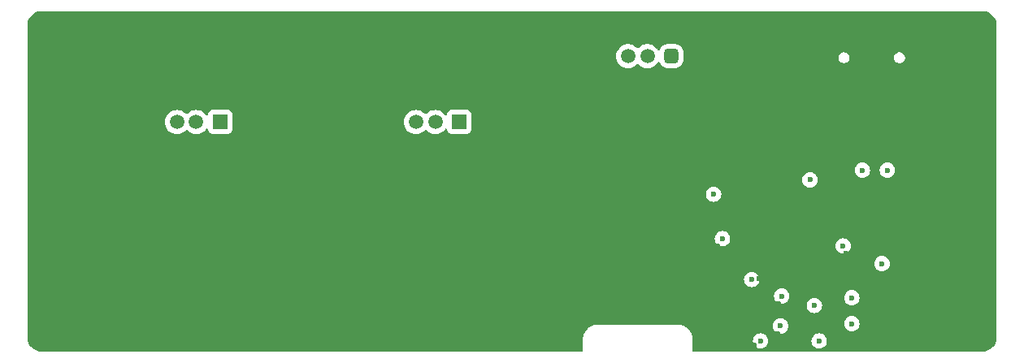
<source format=gbr>
%TF.GenerationSoftware,KiCad,Pcbnew,8.0.4*%
%TF.CreationDate,2025-06-24T22:11:05-05:00*%
%TF.ProjectId,numlocked_HUB,6e756d6c-6f63-46b6-9564-5f4855422e6b,rev?*%
%TF.SameCoordinates,Original*%
%TF.FileFunction,Copper,L2,Inr*%
%TF.FilePolarity,Positive*%
%FSLAX46Y46*%
G04 Gerber Fmt 4.6, Leading zero omitted, Abs format (unit mm)*
G04 Created by KiCad (PCBNEW 8.0.4) date 2025-06-24 22:11:05*
%MOMM*%
%LPD*%
G01*
G04 APERTURE LIST*
G04 Aperture macros list*
%AMRoundRect*
0 Rectangle with rounded corners*
0 $1 Rounding radius*
0 $2 $3 $4 $5 $6 $7 $8 $9 X,Y pos of 4 corners*
0 Add a 4 corners polygon primitive as box body*
4,1,4,$2,$3,$4,$5,$6,$7,$8,$9,$2,$3,0*
0 Add four circle primitives for the rounded corners*
1,1,$1+$1,$2,$3*
1,1,$1+$1,$4,$5*
1,1,$1+$1,$6,$7*
1,1,$1+$1,$8,$9*
0 Add four rect primitives between the rounded corners*
20,1,$1+$1,$2,$3,$4,$5,0*
20,1,$1+$1,$4,$5,$6,$7,0*
20,1,$1+$1,$6,$7,$8,$9,0*
20,1,$1+$1,$8,$9,$2,$3,0*%
G04 Aperture macros list end*
%TA.AperFunction,ComponentPad*%
%ADD10C,4.400000*%
%TD*%
%TA.AperFunction,ComponentPad*%
%ADD11O,1.000000X2.100000*%
%TD*%
%TA.AperFunction,ComponentPad*%
%ADD12O,1.000000X1.800000*%
%TD*%
%TA.AperFunction,ComponentPad*%
%ADD13R,1.508000X1.508000*%
%TD*%
%TA.AperFunction,ComponentPad*%
%ADD14C,1.508000*%
%TD*%
%TA.AperFunction,ComponentPad*%
%ADD15C,3.396000*%
%TD*%
%TA.AperFunction,ComponentPad*%
%ADD16RoundRect,0.377000X0.377000X0.377000X-0.377000X0.377000X-0.377000X-0.377000X0.377000X-0.377000X0*%
%TD*%
%TA.AperFunction,ComponentPad*%
%ADD17C,3.340000*%
%TD*%
%TA.AperFunction,ViaPad*%
%ADD18C,0.700000*%
%TD*%
%TA.AperFunction,ViaPad*%
%ADD19C,0.600000*%
%TD*%
G04 APERTURE END LIST*
D10*
%TO.N,GND*%
%TO.C,H3*%
X92000000Y-42500000D03*
%TD*%
%TO.N,GND*%
%TO.C,H6*%
X92000000Y-71000000D03*
%TD*%
D11*
%TO.N,GND*%
%TO.C,J1*%
X180797500Y-44380000D03*
X172157500Y-44380000D03*
D12*
X180797500Y-40200000D03*
X172157500Y-40200000D03*
%TD*%
D13*
%TO.N,+5V*%
%TO.C,J3*%
X133500000Y-50570000D03*
D14*
%TO.N,/USB_DOWN2_N*%
X131000000Y-50570000D03*
%TO.N,/USB_DOWN2_P*%
X129000000Y-50570000D03*
%TO.N,GND*%
X126500000Y-50570000D03*
D15*
X136570000Y-47860000D03*
X123430000Y-47860000D03*
%TD*%
D10*
%TO.N,GND*%
%TO.C,H4*%
X186000000Y-71000000D03*
%TD*%
D13*
%TO.N,+5V*%
%TO.C,J4*%
X108600000Y-50570000D03*
D14*
%TO.N,/USB_DOWN3_N*%
X106100000Y-50570000D03*
%TO.N,/USB_DOWN3_P*%
X104100000Y-50570000D03*
%TO.N,GND*%
X101600000Y-50570000D03*
D15*
X111670000Y-47860000D03*
X98530000Y-47860000D03*
%TD*%
D10*
%TO.N,GND*%
%TO.C,H1*%
X186000000Y-42500000D03*
%TD*%
%TO.N,GND*%
%TO.C,H2*%
X141300000Y-52400000D03*
%TD*%
%TO.N,GND*%
%TO.C,H2*%
X166000000Y-42500000D03*
%TD*%
D16*
%TO.N,+5V*%
%TO.C,J2*%
X155600000Y-43705000D03*
D14*
%TO.N,/USB_DOWN1_N*%
X153100000Y-43705000D03*
%TO.N,/USB_DOWN1_P*%
X151100000Y-43705000D03*
%TO.N,GND*%
X148600000Y-43705000D03*
D17*
X158670000Y-46415000D03*
X152100000Y-49915000D03*
X145530000Y-46415000D03*
%TD*%
D18*
%TO.N,GND*%
X117750000Y-57950000D03*
X166800000Y-61500000D03*
X161000000Y-55600000D03*
X92200000Y-59700000D03*
X119650000Y-57950000D03*
X175400000Y-66100000D03*
X92200000Y-55900000D03*
D19*
X178500000Y-49500000D03*
X186000000Y-60800000D03*
X171100000Y-67500000D03*
D18*
X175200000Y-62600000D03*
X103600000Y-43900000D03*
D19*
X171800000Y-72500000D03*
X150500000Y-68000000D03*
D18*
X166800000Y-63900000D03*
X162550000Y-55650000D03*
D19*
X186200000Y-55900000D03*
X186100000Y-65700000D03*
X149500000Y-66900000D03*
X164224008Y-73827830D03*
D18*
X162200000Y-48790000D03*
X165600000Y-62700000D03*
X126500000Y-48300000D03*
X168000000Y-62700000D03*
X165400000Y-53400000D03*
D19*
X183600000Y-60800000D03*
D18*
X92200000Y-57800000D03*
X168000000Y-61500000D03*
X159700000Y-59700000D03*
D19*
X163800000Y-55700000D03*
D18*
X169100000Y-55300000D03*
D19*
X175260000Y-57340000D03*
X163800000Y-65500000D03*
D18*
X165600000Y-63900000D03*
X171200000Y-55300000D03*
D19*
X166800011Y-69499989D03*
D18*
X105500000Y-43900000D03*
D19*
X167570487Y-70365000D03*
D18*
X101700000Y-43900000D03*
D19*
X164762767Y-66866989D03*
D18*
X170600000Y-48200000D03*
X115850000Y-57950000D03*
X126500000Y-52500000D03*
X163550000Y-47900000D03*
X161000000Y-49490000D03*
D19*
X166700000Y-72640274D03*
D18*
X128400000Y-48300000D03*
D19*
X175200000Y-60800000D03*
X181125000Y-49100000D03*
D18*
X101600000Y-52300000D03*
D19*
X175300000Y-59100000D03*
D18*
X165600000Y-61500000D03*
D19*
X173819879Y-64240783D03*
X160392909Y-63481418D03*
X150500000Y-65600000D03*
D18*
X130300000Y-48300000D03*
X168000000Y-63900000D03*
D19*
%TO.N,+5V*%
X178100000Y-55600000D03*
X171000000Y-73400000D03*
X175500000Y-55600000D03*
X170500000Y-69700000D03*
X164900000Y-73400000D03*
X174400000Y-68900000D03*
%TO.N,+3V3*%
X174400000Y-71600000D03*
X160925000Y-62730386D03*
X166973629Y-71840271D03*
X177550000Y-65350000D03*
X167100640Y-68724509D03*
X173500000Y-63500000D03*
X163973900Y-67000000D03*
X170052781Y-56608819D03*
X160000000Y-58100000D03*
%TD*%
%TA.AperFunction,Conductor*%
%TO.N,GND*%
G36*
X188004418Y-39000816D02*
G01*
X188204561Y-39015130D01*
X188222063Y-39017647D01*
X188413797Y-39059355D01*
X188430755Y-39064334D01*
X188614609Y-39132909D01*
X188630701Y-39140259D01*
X188802904Y-39234288D01*
X188817784Y-39243849D01*
X188974867Y-39361441D01*
X188988237Y-39373027D01*
X189126972Y-39511762D01*
X189138558Y-39525132D01*
X189256146Y-39682210D01*
X189265711Y-39697095D01*
X189359740Y-39869298D01*
X189367090Y-39885390D01*
X189435662Y-40069236D01*
X189440646Y-40086212D01*
X189482351Y-40277931D01*
X189484869Y-40295442D01*
X189499184Y-40495580D01*
X189499500Y-40504427D01*
X189499500Y-72995572D01*
X189499184Y-73004419D01*
X189484869Y-73204557D01*
X189482351Y-73222068D01*
X189440646Y-73413787D01*
X189435662Y-73430763D01*
X189367090Y-73614609D01*
X189359740Y-73630701D01*
X189265711Y-73802904D01*
X189256146Y-73817789D01*
X189138558Y-73974867D01*
X189126972Y-73988237D01*
X188988237Y-74126972D01*
X188974867Y-74138558D01*
X188817789Y-74256146D01*
X188802904Y-74265711D01*
X188630701Y-74359740D01*
X188614609Y-74367090D01*
X188430763Y-74435662D01*
X188413787Y-74440646D01*
X188222068Y-74482351D01*
X188204557Y-74484869D01*
X188023779Y-74497799D01*
X188004417Y-74499184D01*
X187995572Y-74499500D01*
X157924500Y-74499500D01*
X157857461Y-74479815D01*
X157811706Y-74427011D01*
X157800500Y-74375500D01*
X157800500Y-73399996D01*
X164094435Y-73399996D01*
X164094435Y-73400003D01*
X164114630Y-73579249D01*
X164114631Y-73579254D01*
X164174211Y-73749523D01*
X164207753Y-73802904D01*
X164270184Y-73902262D01*
X164397738Y-74029816D01*
X164550478Y-74125789D01*
X164586970Y-74138558D01*
X164720745Y-74185368D01*
X164720750Y-74185369D01*
X164899996Y-74205565D01*
X164900000Y-74205565D01*
X164900004Y-74205565D01*
X165079249Y-74185369D01*
X165079252Y-74185368D01*
X165079255Y-74185368D01*
X165249522Y-74125789D01*
X165402262Y-74029816D01*
X165529816Y-73902262D01*
X165625789Y-73749522D01*
X165685368Y-73579255D01*
X165705565Y-73400000D01*
X165705565Y-73399996D01*
X170194435Y-73399996D01*
X170194435Y-73400003D01*
X170214630Y-73579249D01*
X170214631Y-73579254D01*
X170274211Y-73749523D01*
X170307753Y-73802904D01*
X170370184Y-73902262D01*
X170497738Y-74029816D01*
X170650478Y-74125789D01*
X170686970Y-74138558D01*
X170820745Y-74185368D01*
X170820750Y-74185369D01*
X170999996Y-74205565D01*
X171000000Y-74205565D01*
X171000004Y-74205565D01*
X171179249Y-74185369D01*
X171179252Y-74185368D01*
X171179255Y-74185368D01*
X171349522Y-74125789D01*
X171502262Y-74029816D01*
X171629816Y-73902262D01*
X171725789Y-73749522D01*
X171785368Y-73579255D01*
X171805565Y-73400000D01*
X171785517Y-73222068D01*
X171785369Y-73220750D01*
X171785368Y-73220745D01*
X171725788Y-73050476D01*
X171686582Y-72988080D01*
X171629816Y-72897738D01*
X171502262Y-72770184D01*
X171470085Y-72749966D01*
X171349523Y-72674211D01*
X171179254Y-72614631D01*
X171179249Y-72614630D01*
X171000004Y-72594435D01*
X170999996Y-72594435D01*
X170820750Y-72614630D01*
X170820745Y-72614631D01*
X170650476Y-72674211D01*
X170497737Y-72770184D01*
X170370184Y-72897737D01*
X170274211Y-73050476D01*
X170214631Y-73220745D01*
X170214630Y-73220750D01*
X170194435Y-73399996D01*
X165705565Y-73399996D01*
X165685517Y-73222068D01*
X165685369Y-73220750D01*
X165685368Y-73220745D01*
X165625788Y-73050476D01*
X165586582Y-72988080D01*
X165529816Y-72897738D01*
X165402262Y-72770184D01*
X165370085Y-72749966D01*
X165249523Y-72674211D01*
X165079254Y-72614631D01*
X165079249Y-72614630D01*
X164900004Y-72594435D01*
X164899996Y-72594435D01*
X164720750Y-72614630D01*
X164720745Y-72614631D01*
X164550476Y-72674211D01*
X164397737Y-72770184D01*
X164270184Y-72897737D01*
X164174211Y-73050476D01*
X164114631Y-73220745D01*
X164114630Y-73220750D01*
X164094435Y-73399996D01*
X157800500Y-73399996D01*
X157800500Y-73092683D01*
X157800500Y-73092682D01*
X157769954Y-72880231D01*
X157709484Y-72674290D01*
X157709483Y-72674288D01*
X157709482Y-72674284D01*
X157620327Y-72479061D01*
X157620320Y-72479048D01*
X157560116Y-72385369D01*
X157504281Y-72298487D01*
X157410097Y-72189793D01*
X157363724Y-72136275D01*
X157201514Y-71995720D01*
X157201513Y-71995719D01*
X157129629Y-71949522D01*
X157020951Y-71879679D01*
X157020938Y-71879672D01*
X156934653Y-71840267D01*
X166168064Y-71840267D01*
X166168064Y-71840274D01*
X166188259Y-72019520D01*
X166188260Y-72019525D01*
X166247840Y-72189794D01*
X166272988Y-72229816D01*
X166343813Y-72342533D01*
X166471367Y-72470087D01*
X166624107Y-72566060D01*
X166762912Y-72614630D01*
X166794374Y-72625639D01*
X166794379Y-72625640D01*
X166973625Y-72645836D01*
X166973629Y-72645836D01*
X166973633Y-72645836D01*
X167152878Y-72625640D01*
X167152881Y-72625639D01*
X167152884Y-72625639D01*
X167323151Y-72566060D01*
X167475891Y-72470087D01*
X167603445Y-72342533D01*
X167699418Y-72189793D01*
X167758997Y-72019526D01*
X167758998Y-72019520D01*
X167779194Y-71840274D01*
X167779194Y-71840267D01*
X167758998Y-71661021D01*
X167758997Y-71661016D01*
X167737648Y-71600003D01*
X167737646Y-71599996D01*
X173594435Y-71599996D01*
X173594435Y-71600003D01*
X173614630Y-71779249D01*
X173614631Y-71779254D01*
X173674211Y-71949523D01*
X173718197Y-72019525D01*
X173770184Y-72102262D01*
X173897738Y-72229816D01*
X174050478Y-72325789D01*
X174098330Y-72342533D01*
X174220745Y-72385368D01*
X174220750Y-72385369D01*
X174399996Y-72405565D01*
X174400000Y-72405565D01*
X174400004Y-72405565D01*
X174579249Y-72385369D01*
X174579252Y-72385368D01*
X174579255Y-72385368D01*
X174749522Y-72325789D01*
X174902262Y-72229816D01*
X175029816Y-72102262D01*
X175125789Y-71949522D01*
X175185368Y-71779255D01*
X175185369Y-71779249D01*
X175205565Y-71600003D01*
X175205565Y-71599996D01*
X175185369Y-71420750D01*
X175185368Y-71420745D01*
X175125788Y-71250476D01*
X175029815Y-71097737D01*
X174902262Y-70970184D01*
X174749523Y-70874211D01*
X174579254Y-70814631D01*
X174579249Y-70814630D01*
X174400004Y-70794435D01*
X174399996Y-70794435D01*
X174220750Y-70814630D01*
X174220745Y-70814631D01*
X174050476Y-70874211D01*
X173897737Y-70970184D01*
X173770184Y-71097737D01*
X173674211Y-71250476D01*
X173614631Y-71420745D01*
X173614630Y-71420750D01*
X173594435Y-71599996D01*
X167737646Y-71599996D01*
X167699418Y-71490749D01*
X167603445Y-71338009D01*
X167475891Y-71210455D01*
X167323152Y-71114482D01*
X167152883Y-71054902D01*
X167152878Y-71054901D01*
X166973633Y-71034706D01*
X166973625Y-71034706D01*
X166794379Y-71054901D01*
X166794374Y-71054902D01*
X166624105Y-71114482D01*
X166471366Y-71210455D01*
X166343813Y-71338008D01*
X166247840Y-71490747D01*
X166188260Y-71661016D01*
X166188259Y-71661021D01*
X166168064Y-71840267D01*
X156934653Y-71840267D01*
X156825715Y-71790517D01*
X156619774Y-71730047D01*
X156619764Y-71730044D01*
X156428754Y-71702582D01*
X156407318Y-71699500D01*
X156365892Y-71699500D01*
X147965892Y-71699500D01*
X147900000Y-71699500D01*
X147792682Y-71699500D01*
X147580235Y-71730044D01*
X147580225Y-71730047D01*
X147374284Y-71790517D01*
X147179061Y-71879672D01*
X147179048Y-71879679D01*
X146998485Y-71995720D01*
X146836275Y-72136275D01*
X146695720Y-72298485D01*
X146579679Y-72479048D01*
X146579672Y-72479061D01*
X146490517Y-72674284D01*
X146430047Y-72880225D01*
X146430044Y-72880235D01*
X146399500Y-73092682D01*
X146399500Y-74375500D01*
X146379815Y-74442539D01*
X146327011Y-74488294D01*
X146275500Y-74499500D01*
X90004428Y-74499500D01*
X89995582Y-74499184D01*
X89973622Y-74497613D01*
X89795442Y-74484869D01*
X89777931Y-74482351D01*
X89586212Y-74440646D01*
X89569236Y-74435662D01*
X89385390Y-74367090D01*
X89369298Y-74359740D01*
X89197095Y-74265711D01*
X89182210Y-74256146D01*
X89025132Y-74138558D01*
X89011762Y-74126972D01*
X88873027Y-73988237D01*
X88861441Y-73974867D01*
X88743849Y-73817784D01*
X88734288Y-73802904D01*
X88640259Y-73630701D01*
X88632909Y-73614609D01*
X88564334Y-73430755D01*
X88559355Y-73413797D01*
X88517647Y-73222063D01*
X88515130Y-73204556D01*
X88514804Y-73200000D01*
X88500816Y-73004418D01*
X88500500Y-72995572D01*
X88500500Y-69699996D01*
X169694435Y-69699996D01*
X169694435Y-69700003D01*
X169714630Y-69879249D01*
X169714631Y-69879254D01*
X169774211Y-70049523D01*
X169870184Y-70202262D01*
X169997738Y-70329816D01*
X170150478Y-70425789D01*
X170320745Y-70485368D01*
X170320750Y-70485369D01*
X170499996Y-70505565D01*
X170500000Y-70505565D01*
X170500004Y-70505565D01*
X170679249Y-70485369D01*
X170679252Y-70485368D01*
X170679255Y-70485368D01*
X170849522Y-70425789D01*
X171002262Y-70329816D01*
X171129816Y-70202262D01*
X171225789Y-70049522D01*
X171285368Y-69879255D01*
X171305565Y-69700000D01*
X171303916Y-69685369D01*
X171285369Y-69520750D01*
X171285368Y-69520745D01*
X171281565Y-69509877D01*
X171225789Y-69350478D01*
X171129816Y-69197738D01*
X171002262Y-69070184D01*
X170849523Y-68974211D01*
X170679254Y-68914631D01*
X170679249Y-68914630D01*
X170549362Y-68899996D01*
X173594435Y-68899996D01*
X173594435Y-68900003D01*
X173614630Y-69079249D01*
X173614631Y-69079254D01*
X173674211Y-69249523D01*
X173740063Y-69354325D01*
X173770184Y-69402262D01*
X173897738Y-69529816D01*
X174050478Y-69625789D01*
X174220745Y-69685368D01*
X174220750Y-69685369D01*
X174399996Y-69705565D01*
X174400000Y-69705565D01*
X174400004Y-69705565D01*
X174579249Y-69685369D01*
X174579252Y-69685368D01*
X174579255Y-69685368D01*
X174749522Y-69625789D01*
X174902262Y-69529816D01*
X175029816Y-69402262D01*
X175125789Y-69249522D01*
X175185368Y-69079255D01*
X175185369Y-69079249D01*
X175205565Y-68900003D01*
X175205565Y-68899996D01*
X175185369Y-68720750D01*
X175185368Y-68720745D01*
X175125788Y-68550476D01*
X175029815Y-68397737D01*
X174902262Y-68270184D01*
X174749523Y-68174211D01*
X174579254Y-68114631D01*
X174579249Y-68114630D01*
X174400004Y-68094435D01*
X174399996Y-68094435D01*
X174220750Y-68114630D01*
X174220745Y-68114631D01*
X174050476Y-68174211D01*
X173897737Y-68270184D01*
X173770184Y-68397737D01*
X173674211Y-68550476D01*
X173614631Y-68720745D01*
X173614630Y-68720750D01*
X173594435Y-68899996D01*
X170549362Y-68899996D01*
X170500004Y-68894435D01*
X170499996Y-68894435D01*
X170320750Y-68914630D01*
X170320745Y-68914631D01*
X170150476Y-68974211D01*
X169997737Y-69070184D01*
X169870184Y-69197737D01*
X169774211Y-69350476D01*
X169714631Y-69520745D01*
X169714630Y-69520750D01*
X169694435Y-69699996D01*
X88500500Y-69699996D01*
X88500500Y-68724505D01*
X166295075Y-68724505D01*
X166295075Y-68724512D01*
X166315270Y-68903758D01*
X166315271Y-68903763D01*
X166374851Y-69074032D01*
X166378133Y-69079255D01*
X166470824Y-69226771D01*
X166598378Y-69354325D01*
X166751118Y-69450298D01*
X166921385Y-69509877D01*
X166921390Y-69509878D01*
X167100636Y-69530074D01*
X167100640Y-69530074D01*
X167100644Y-69530074D01*
X167279889Y-69509878D01*
X167279892Y-69509877D01*
X167279895Y-69509877D01*
X167450162Y-69450298D01*
X167602902Y-69354325D01*
X167730456Y-69226771D01*
X167826429Y-69074031D01*
X167886008Y-68903764D01*
X167906205Y-68724509D01*
X167905781Y-68720750D01*
X167886009Y-68545259D01*
X167886008Y-68545254D01*
X167834390Y-68397738D01*
X167826429Y-68374987D01*
X167730456Y-68222247D01*
X167602902Y-68094693D01*
X167602491Y-68094435D01*
X167450163Y-67998720D01*
X167279894Y-67939140D01*
X167279889Y-67939139D01*
X167100644Y-67918944D01*
X167100636Y-67918944D01*
X166921390Y-67939139D01*
X166921385Y-67939140D01*
X166751116Y-67998720D01*
X166598377Y-68094693D01*
X166470824Y-68222246D01*
X166374851Y-68374985D01*
X166315271Y-68545254D01*
X166315270Y-68545259D01*
X166295075Y-68724505D01*
X88500500Y-68724505D01*
X88500500Y-66999996D01*
X163168335Y-66999996D01*
X163168335Y-67000003D01*
X163188530Y-67179249D01*
X163188531Y-67179254D01*
X163248111Y-67349523D01*
X163344084Y-67502262D01*
X163471638Y-67629816D01*
X163624378Y-67725789D01*
X163794645Y-67785368D01*
X163794650Y-67785369D01*
X163973896Y-67805565D01*
X163973900Y-67805565D01*
X163973904Y-67805565D01*
X164153149Y-67785369D01*
X164153152Y-67785368D01*
X164153155Y-67785368D01*
X164323422Y-67725789D01*
X164476162Y-67629816D01*
X164603716Y-67502262D01*
X164699689Y-67349522D01*
X164759268Y-67179255D01*
X164779465Y-67000000D01*
X164759268Y-66820745D01*
X164699689Y-66650478D01*
X164603716Y-66497738D01*
X164476162Y-66370184D01*
X164323423Y-66274211D01*
X164153154Y-66214631D01*
X164153149Y-66214630D01*
X163973904Y-66194435D01*
X163973896Y-66194435D01*
X163794650Y-66214630D01*
X163794645Y-66214631D01*
X163624376Y-66274211D01*
X163471637Y-66370184D01*
X163344084Y-66497737D01*
X163248111Y-66650476D01*
X163188531Y-66820745D01*
X163188530Y-66820750D01*
X163168335Y-66999996D01*
X88500500Y-66999996D01*
X88500500Y-65349996D01*
X176744435Y-65349996D01*
X176744435Y-65350003D01*
X176764630Y-65529249D01*
X176764631Y-65529254D01*
X176824211Y-65699523D01*
X176920184Y-65852262D01*
X177047738Y-65979816D01*
X177200478Y-66075789D01*
X177370745Y-66135368D01*
X177370750Y-66135369D01*
X177549996Y-66155565D01*
X177550000Y-66155565D01*
X177550004Y-66155565D01*
X177729249Y-66135369D01*
X177729252Y-66135368D01*
X177729255Y-66135368D01*
X177899522Y-66075789D01*
X178052262Y-65979816D01*
X178179816Y-65852262D01*
X178275789Y-65699522D01*
X178335368Y-65529255D01*
X178355565Y-65350000D01*
X178335368Y-65170745D01*
X178275789Y-65000478D01*
X178179816Y-64847738D01*
X178052262Y-64720184D01*
X177899523Y-64624211D01*
X177729254Y-64564631D01*
X177729249Y-64564630D01*
X177550004Y-64544435D01*
X177549996Y-64544435D01*
X177370750Y-64564630D01*
X177370745Y-64564631D01*
X177200476Y-64624211D01*
X177047737Y-64720184D01*
X176920184Y-64847737D01*
X176824211Y-65000476D01*
X176764631Y-65170745D01*
X176764630Y-65170750D01*
X176744435Y-65349996D01*
X88500500Y-65349996D01*
X88500500Y-62730382D01*
X160119435Y-62730382D01*
X160119435Y-62730389D01*
X160139630Y-62909635D01*
X160139631Y-62909640D01*
X160199211Y-63079909D01*
X160243552Y-63150476D01*
X160295184Y-63232648D01*
X160422738Y-63360202D01*
X160575478Y-63456175D01*
X160700711Y-63499996D01*
X160745745Y-63515754D01*
X160745750Y-63515755D01*
X160924996Y-63535951D01*
X160925000Y-63535951D01*
X160925004Y-63535951D01*
X161104249Y-63515755D01*
X161104252Y-63515754D01*
X161104255Y-63515754D01*
X161149289Y-63499996D01*
X172694435Y-63499996D01*
X172694435Y-63500003D01*
X172714630Y-63679249D01*
X172714631Y-63679254D01*
X172774211Y-63849523D01*
X172870184Y-64002262D01*
X172997738Y-64129816D01*
X173150478Y-64225789D01*
X173320745Y-64285368D01*
X173320750Y-64285369D01*
X173499996Y-64305565D01*
X173500000Y-64305565D01*
X173500004Y-64305565D01*
X173679249Y-64285369D01*
X173679252Y-64285368D01*
X173679255Y-64285368D01*
X173849522Y-64225789D01*
X174002262Y-64129816D01*
X174129816Y-64002262D01*
X174225789Y-63849522D01*
X174285368Y-63679255D01*
X174285369Y-63679249D01*
X174305565Y-63500003D01*
X174305565Y-63499996D01*
X174285369Y-63320750D01*
X174285368Y-63320745D01*
X174225789Y-63150478D01*
X174129816Y-62997738D01*
X174002262Y-62870184D01*
X173849523Y-62774211D01*
X173679254Y-62714631D01*
X173679249Y-62714630D01*
X173500004Y-62694435D01*
X173499996Y-62694435D01*
X173320750Y-62714630D01*
X173320745Y-62714631D01*
X173150476Y-62774211D01*
X172997737Y-62870184D01*
X172870184Y-62997737D01*
X172774211Y-63150476D01*
X172714631Y-63320745D01*
X172714630Y-63320750D01*
X172694435Y-63499996D01*
X161149289Y-63499996D01*
X161274522Y-63456175D01*
X161427262Y-63360202D01*
X161554816Y-63232648D01*
X161650789Y-63079908D01*
X161710368Y-62909641D01*
X161730565Y-62730386D01*
X161726514Y-62694435D01*
X161710369Y-62551136D01*
X161710368Y-62551131D01*
X161650788Y-62380862D01*
X161554815Y-62228123D01*
X161427262Y-62100570D01*
X161274523Y-62004597D01*
X161104254Y-61945017D01*
X161104249Y-61945016D01*
X160925004Y-61924821D01*
X160924996Y-61924821D01*
X160745750Y-61945016D01*
X160745745Y-61945017D01*
X160575476Y-62004597D01*
X160422737Y-62100570D01*
X160295184Y-62228123D01*
X160199211Y-62380862D01*
X160139631Y-62551131D01*
X160139630Y-62551136D01*
X160119435Y-62730382D01*
X88500500Y-62730382D01*
X88500500Y-58099996D01*
X159194435Y-58099996D01*
X159194435Y-58100003D01*
X159214630Y-58279249D01*
X159214631Y-58279254D01*
X159274211Y-58449523D01*
X159370184Y-58602262D01*
X159497738Y-58729816D01*
X159650478Y-58825789D01*
X159820745Y-58885368D01*
X159820750Y-58885369D01*
X159999996Y-58905565D01*
X160000000Y-58905565D01*
X160000004Y-58905565D01*
X160179249Y-58885369D01*
X160179252Y-58885368D01*
X160179255Y-58885368D01*
X160349522Y-58825789D01*
X160502262Y-58729816D01*
X160629816Y-58602262D01*
X160725789Y-58449522D01*
X160785368Y-58279255D01*
X160805565Y-58100000D01*
X160785368Y-57920745D01*
X160725789Y-57750478D01*
X160629816Y-57597738D01*
X160502262Y-57470184D01*
X160413457Y-57414384D01*
X160349523Y-57374211D01*
X160179254Y-57314631D01*
X160179249Y-57314630D01*
X160000004Y-57294435D01*
X159999996Y-57294435D01*
X159820750Y-57314630D01*
X159820745Y-57314631D01*
X159650476Y-57374211D01*
X159497737Y-57470184D01*
X159370184Y-57597737D01*
X159274211Y-57750476D01*
X159214631Y-57920745D01*
X159214630Y-57920750D01*
X159194435Y-58099996D01*
X88500500Y-58099996D01*
X88500500Y-56608815D01*
X169247216Y-56608815D01*
X169247216Y-56608822D01*
X169267411Y-56788068D01*
X169267412Y-56788073D01*
X169326992Y-56958342D01*
X169422965Y-57111081D01*
X169550519Y-57238635D01*
X169703259Y-57334608D01*
X169816438Y-57374211D01*
X169873526Y-57394187D01*
X169873531Y-57394188D01*
X170052777Y-57414384D01*
X170052781Y-57414384D01*
X170052785Y-57414384D01*
X170232030Y-57394188D01*
X170232033Y-57394187D01*
X170232036Y-57394187D01*
X170402303Y-57334608D01*
X170555043Y-57238635D01*
X170682597Y-57111081D01*
X170778570Y-56958341D01*
X170838149Y-56788074D01*
X170858346Y-56608819D01*
X170838149Y-56429564D01*
X170778570Y-56259297D01*
X170682597Y-56106557D01*
X170555043Y-55979003D01*
X170508126Y-55949523D01*
X170402304Y-55883030D01*
X170232035Y-55823450D01*
X170232030Y-55823449D01*
X170052785Y-55803254D01*
X170052777Y-55803254D01*
X169873531Y-55823449D01*
X169873526Y-55823450D01*
X169703257Y-55883030D01*
X169550518Y-55979003D01*
X169422965Y-56106556D01*
X169326992Y-56259295D01*
X169267412Y-56429564D01*
X169267411Y-56429569D01*
X169247216Y-56608815D01*
X88500500Y-56608815D01*
X88500500Y-55599996D01*
X174694435Y-55599996D01*
X174694435Y-55600003D01*
X174714630Y-55779249D01*
X174714631Y-55779254D01*
X174774211Y-55949523D01*
X174792735Y-55979003D01*
X174870184Y-56102262D01*
X174997738Y-56229816D01*
X175150478Y-56325789D01*
X175320745Y-56385368D01*
X175320750Y-56385369D01*
X175499996Y-56405565D01*
X175500000Y-56405565D01*
X175500004Y-56405565D01*
X175679249Y-56385369D01*
X175679252Y-56385368D01*
X175679255Y-56385368D01*
X175849522Y-56325789D01*
X176002262Y-56229816D01*
X176129816Y-56102262D01*
X176225789Y-55949522D01*
X176285368Y-55779255D01*
X176305565Y-55600000D01*
X176305565Y-55599996D01*
X177294435Y-55599996D01*
X177294435Y-55600003D01*
X177314630Y-55779249D01*
X177314631Y-55779254D01*
X177374211Y-55949523D01*
X177392735Y-55979003D01*
X177470184Y-56102262D01*
X177597738Y-56229816D01*
X177750478Y-56325789D01*
X177920745Y-56385368D01*
X177920750Y-56385369D01*
X178099996Y-56405565D01*
X178100000Y-56405565D01*
X178100004Y-56405565D01*
X178279249Y-56385369D01*
X178279252Y-56385368D01*
X178279255Y-56385368D01*
X178449522Y-56325789D01*
X178602262Y-56229816D01*
X178729816Y-56102262D01*
X178825789Y-55949522D01*
X178885368Y-55779255D01*
X178905565Y-55600000D01*
X178885368Y-55420745D01*
X178825789Y-55250478D01*
X178729816Y-55097738D01*
X178602262Y-54970184D01*
X178449523Y-54874211D01*
X178279254Y-54814631D01*
X178279249Y-54814630D01*
X178100004Y-54794435D01*
X178099996Y-54794435D01*
X177920750Y-54814630D01*
X177920745Y-54814631D01*
X177750476Y-54874211D01*
X177597737Y-54970184D01*
X177470184Y-55097737D01*
X177374211Y-55250476D01*
X177314631Y-55420745D01*
X177314630Y-55420750D01*
X177294435Y-55599996D01*
X176305565Y-55599996D01*
X176285368Y-55420745D01*
X176225789Y-55250478D01*
X176129816Y-55097738D01*
X176002262Y-54970184D01*
X175849523Y-54874211D01*
X175679254Y-54814631D01*
X175679249Y-54814630D01*
X175500004Y-54794435D01*
X175499996Y-54794435D01*
X175320750Y-54814630D01*
X175320745Y-54814631D01*
X175150476Y-54874211D01*
X174997737Y-54970184D01*
X174870184Y-55097737D01*
X174774211Y-55250476D01*
X174714631Y-55420745D01*
X174714630Y-55420750D01*
X174694435Y-55599996D01*
X88500500Y-55599996D01*
X88500500Y-50569997D01*
X102840708Y-50569997D01*
X102840708Y-50570000D01*
X102859839Y-50788674D01*
X102916653Y-51000703D01*
X102916654Y-51000706D01*
X102916655Y-51000708D01*
X103009419Y-51199642D01*
X103009423Y-51199650D01*
X103135322Y-51379452D01*
X103135327Y-51379458D01*
X103290541Y-51534672D01*
X103290547Y-51534677D01*
X103470349Y-51660576D01*
X103470351Y-51660577D01*
X103470354Y-51660579D01*
X103669297Y-51753347D01*
X103881326Y-51810161D01*
X104037521Y-51823826D01*
X104099998Y-51829292D01*
X104100000Y-51829292D01*
X104100002Y-51829292D01*
X104154797Y-51824498D01*
X104318674Y-51810161D01*
X104530703Y-51753347D01*
X104729646Y-51660579D01*
X104909457Y-51534674D01*
X105012319Y-51431812D01*
X105073642Y-51398327D01*
X105143334Y-51403311D01*
X105187681Y-51431812D01*
X105290541Y-51534672D01*
X105290547Y-51534677D01*
X105470349Y-51660576D01*
X105470351Y-51660577D01*
X105470354Y-51660579D01*
X105669297Y-51753347D01*
X105881326Y-51810161D01*
X106037521Y-51823826D01*
X106099998Y-51829292D01*
X106100000Y-51829292D01*
X106100002Y-51829292D01*
X106154797Y-51824498D01*
X106318674Y-51810161D01*
X106530703Y-51753347D01*
X106729646Y-51660579D01*
X106909457Y-51534674D01*
X107064674Y-51379457D01*
X107119926Y-51300547D01*
X107174501Y-51256924D01*
X107243999Y-51249730D01*
X107306354Y-51281252D01*
X107341769Y-51341481D01*
X107345120Y-51368573D01*
X107345146Y-51368571D01*
X107345146Y-51368573D01*
X107345324Y-51368564D01*
X107345479Y-51371473D01*
X107345500Y-51371637D01*
X107345500Y-51371852D01*
X107345501Y-51371876D01*
X107351908Y-51431483D01*
X107402202Y-51566328D01*
X107402206Y-51566335D01*
X107488452Y-51681544D01*
X107488455Y-51681547D01*
X107603664Y-51767793D01*
X107603671Y-51767797D01*
X107738517Y-51818091D01*
X107738516Y-51818091D01*
X107745444Y-51818835D01*
X107798127Y-51824500D01*
X109401872Y-51824499D01*
X109461483Y-51818091D01*
X109596331Y-51767796D01*
X109711546Y-51681546D01*
X109797796Y-51566331D01*
X109848091Y-51431483D01*
X109854500Y-51371873D01*
X109854499Y-50569997D01*
X127740708Y-50569997D01*
X127740708Y-50570000D01*
X127759839Y-50788674D01*
X127816653Y-51000703D01*
X127816654Y-51000706D01*
X127816655Y-51000708D01*
X127909419Y-51199642D01*
X127909423Y-51199650D01*
X128035322Y-51379452D01*
X128035327Y-51379458D01*
X128190541Y-51534672D01*
X128190547Y-51534677D01*
X128370349Y-51660576D01*
X128370351Y-51660577D01*
X128370354Y-51660579D01*
X128569297Y-51753347D01*
X128781326Y-51810161D01*
X128937521Y-51823826D01*
X128999998Y-51829292D01*
X129000000Y-51829292D01*
X129000002Y-51829292D01*
X129054797Y-51824498D01*
X129218674Y-51810161D01*
X129430703Y-51753347D01*
X129629646Y-51660579D01*
X129809457Y-51534674D01*
X129912319Y-51431812D01*
X129973642Y-51398327D01*
X130043334Y-51403311D01*
X130087681Y-51431812D01*
X130190541Y-51534672D01*
X130190547Y-51534677D01*
X130370349Y-51660576D01*
X130370351Y-51660577D01*
X130370354Y-51660579D01*
X130569297Y-51753347D01*
X130781326Y-51810161D01*
X130937521Y-51823826D01*
X130999998Y-51829292D01*
X131000000Y-51829292D01*
X131000002Y-51829292D01*
X131054797Y-51824498D01*
X131218674Y-51810161D01*
X131430703Y-51753347D01*
X131629646Y-51660579D01*
X131809457Y-51534674D01*
X131964674Y-51379457D01*
X132019926Y-51300547D01*
X132074501Y-51256924D01*
X132143999Y-51249730D01*
X132206354Y-51281252D01*
X132241769Y-51341481D01*
X132245120Y-51368573D01*
X132245146Y-51368571D01*
X132245146Y-51368573D01*
X132245324Y-51368564D01*
X132245479Y-51371473D01*
X132245500Y-51371637D01*
X132245500Y-51371852D01*
X132245501Y-51371876D01*
X132251908Y-51431483D01*
X132302202Y-51566328D01*
X132302206Y-51566335D01*
X132388452Y-51681544D01*
X132388455Y-51681547D01*
X132503664Y-51767793D01*
X132503671Y-51767797D01*
X132638517Y-51818091D01*
X132638516Y-51818091D01*
X132645444Y-51818835D01*
X132698127Y-51824500D01*
X134301872Y-51824499D01*
X134361483Y-51818091D01*
X134496331Y-51767796D01*
X134611546Y-51681546D01*
X134697796Y-51566331D01*
X134748091Y-51431483D01*
X134754500Y-51371873D01*
X134754499Y-49768128D01*
X134748091Y-49708517D01*
X134747968Y-49708188D01*
X134697797Y-49573671D01*
X134697793Y-49573664D01*
X134611547Y-49458455D01*
X134611544Y-49458452D01*
X134496335Y-49372206D01*
X134496328Y-49372202D01*
X134361482Y-49321908D01*
X134361483Y-49321908D01*
X134301883Y-49315501D01*
X134301881Y-49315500D01*
X134301873Y-49315500D01*
X134301864Y-49315500D01*
X132698129Y-49315500D01*
X132698123Y-49315501D01*
X132638516Y-49321908D01*
X132503671Y-49372202D01*
X132503664Y-49372206D01*
X132388455Y-49458452D01*
X132388452Y-49458455D01*
X132302206Y-49573664D01*
X132302202Y-49573671D01*
X132251908Y-49708517D01*
X132246315Y-49760543D01*
X132245501Y-49768123D01*
X132245500Y-49768135D01*
X132245500Y-49768326D01*
X132245487Y-49768368D01*
X132245322Y-49771452D01*
X132244593Y-49771412D01*
X132225815Y-49835365D01*
X132173011Y-49881120D01*
X132103853Y-49891064D01*
X132040297Y-49862039D01*
X132019925Y-49839449D01*
X131994353Y-49802929D01*
X131964674Y-49760543D01*
X131809457Y-49605326D01*
X131809455Y-49605325D01*
X131809452Y-49605322D01*
X131629650Y-49479423D01*
X131629642Y-49479419D01*
X131430708Y-49386655D01*
X131430706Y-49386654D01*
X131430703Y-49386653D01*
X131279885Y-49346240D01*
X131218675Y-49329839D01*
X131218668Y-49329838D01*
X131000002Y-49310708D01*
X130999998Y-49310708D01*
X130781331Y-49329838D01*
X130781324Y-49329839D01*
X130658902Y-49362642D01*
X130569297Y-49386653D01*
X130569295Y-49386653D01*
X130569291Y-49386655D01*
X130370357Y-49479419D01*
X130370349Y-49479423D01*
X130190547Y-49605322D01*
X130190541Y-49605327D01*
X130087681Y-49708188D01*
X130026358Y-49741673D01*
X129956666Y-49736689D01*
X129912319Y-49708188D01*
X129809458Y-49605327D01*
X129809452Y-49605322D01*
X129629650Y-49479423D01*
X129629642Y-49479419D01*
X129430708Y-49386655D01*
X129430706Y-49386654D01*
X129430703Y-49386653D01*
X129279885Y-49346240D01*
X129218675Y-49329839D01*
X129218668Y-49329838D01*
X129000002Y-49310708D01*
X128999998Y-49310708D01*
X128781331Y-49329838D01*
X128781324Y-49329839D01*
X128658902Y-49362642D01*
X128569297Y-49386653D01*
X128569295Y-49386653D01*
X128569291Y-49386655D01*
X128370357Y-49479419D01*
X128370349Y-49479423D01*
X128190547Y-49605322D01*
X128190541Y-49605327D01*
X128035327Y-49760541D01*
X128035322Y-49760547D01*
X127909423Y-49940349D01*
X127909419Y-49940357D01*
X127816655Y-50139291D01*
X127759839Y-50351324D01*
X127759838Y-50351331D01*
X127740708Y-50569997D01*
X109854499Y-50569997D01*
X109854499Y-49768128D01*
X109848091Y-49708517D01*
X109847968Y-49708188D01*
X109797797Y-49573671D01*
X109797793Y-49573664D01*
X109711547Y-49458455D01*
X109711544Y-49458452D01*
X109596335Y-49372206D01*
X109596328Y-49372202D01*
X109461482Y-49321908D01*
X109461483Y-49321908D01*
X109401883Y-49315501D01*
X109401881Y-49315500D01*
X109401873Y-49315500D01*
X109401864Y-49315500D01*
X107798129Y-49315500D01*
X107798123Y-49315501D01*
X107738516Y-49321908D01*
X107603671Y-49372202D01*
X107603664Y-49372206D01*
X107488455Y-49458452D01*
X107488452Y-49458455D01*
X107402206Y-49573664D01*
X107402202Y-49573671D01*
X107351908Y-49708517D01*
X107346315Y-49760543D01*
X107345501Y-49768123D01*
X107345500Y-49768135D01*
X107345500Y-49768326D01*
X107345487Y-49768368D01*
X107345322Y-49771452D01*
X107344593Y-49771412D01*
X107325815Y-49835365D01*
X107273011Y-49881120D01*
X107203853Y-49891064D01*
X107140297Y-49862039D01*
X107119925Y-49839449D01*
X107094353Y-49802929D01*
X107064674Y-49760543D01*
X106909457Y-49605326D01*
X106909455Y-49605325D01*
X106909452Y-49605322D01*
X106729650Y-49479423D01*
X106729642Y-49479419D01*
X106530708Y-49386655D01*
X106530706Y-49386654D01*
X106530703Y-49386653D01*
X106379885Y-49346240D01*
X106318675Y-49329839D01*
X106318668Y-49329838D01*
X106100002Y-49310708D01*
X106099998Y-49310708D01*
X105881331Y-49329838D01*
X105881324Y-49329839D01*
X105758902Y-49362642D01*
X105669297Y-49386653D01*
X105669295Y-49386653D01*
X105669291Y-49386655D01*
X105470357Y-49479419D01*
X105470349Y-49479423D01*
X105290547Y-49605322D01*
X105290541Y-49605327D01*
X105187681Y-49708188D01*
X105126358Y-49741673D01*
X105056666Y-49736689D01*
X105012319Y-49708188D01*
X104909458Y-49605327D01*
X104909452Y-49605322D01*
X104729650Y-49479423D01*
X104729642Y-49479419D01*
X104530708Y-49386655D01*
X104530706Y-49386654D01*
X104530703Y-49386653D01*
X104379885Y-49346240D01*
X104318675Y-49329839D01*
X104318668Y-49329838D01*
X104100002Y-49310708D01*
X104099998Y-49310708D01*
X103881331Y-49329838D01*
X103881324Y-49329839D01*
X103758902Y-49362642D01*
X103669297Y-49386653D01*
X103669295Y-49386653D01*
X103669291Y-49386655D01*
X103470357Y-49479419D01*
X103470349Y-49479423D01*
X103290547Y-49605322D01*
X103290541Y-49605327D01*
X103135327Y-49760541D01*
X103135322Y-49760547D01*
X103009423Y-49940349D01*
X103009419Y-49940357D01*
X102916655Y-50139291D01*
X102859839Y-50351324D01*
X102859838Y-50351331D01*
X102840708Y-50569997D01*
X88500500Y-50569997D01*
X88500500Y-43704997D01*
X149840708Y-43704997D01*
X149840708Y-43705002D01*
X149849389Y-43804236D01*
X149859839Y-43923674D01*
X149916653Y-44135703D01*
X149916654Y-44135706D01*
X149916655Y-44135708D01*
X150009419Y-44334642D01*
X150009423Y-44334650D01*
X150135322Y-44514452D01*
X150135327Y-44514458D01*
X150290541Y-44669672D01*
X150290547Y-44669677D01*
X150470349Y-44795576D01*
X150470351Y-44795577D01*
X150470354Y-44795579D01*
X150669297Y-44888347D01*
X150881326Y-44945161D01*
X151037521Y-44958826D01*
X151099998Y-44964292D01*
X151100000Y-44964292D01*
X151100002Y-44964292D01*
X151154774Y-44959500D01*
X151318674Y-44945161D01*
X151530703Y-44888347D01*
X151729646Y-44795579D01*
X151909457Y-44669674D01*
X152012319Y-44566812D01*
X152073642Y-44533327D01*
X152143334Y-44538311D01*
X152187681Y-44566812D01*
X152290541Y-44669672D01*
X152290547Y-44669677D01*
X152470349Y-44795576D01*
X152470351Y-44795577D01*
X152470354Y-44795579D01*
X152669297Y-44888347D01*
X152881326Y-44945161D01*
X153037521Y-44958826D01*
X153099998Y-44964292D01*
X153100000Y-44964292D01*
X153100002Y-44964292D01*
X153154774Y-44959500D01*
X153318674Y-44945161D01*
X153530703Y-44888347D01*
X153729646Y-44795579D01*
X153909457Y-44669674D01*
X154064674Y-44514457D01*
X154175714Y-44355875D01*
X154230288Y-44312252D01*
X154299787Y-44305058D01*
X154362142Y-44336580D01*
X154391207Y-44380500D01*
X154391483Y-44380364D01*
X154392576Y-44382569D01*
X154393679Y-44384235D01*
X154394468Y-44386383D01*
X154479274Y-44557379D01*
X154486857Y-44566812D01*
X154598855Y-44706145D01*
X154747620Y-44825725D01*
X154918613Y-44910530D01*
X155103839Y-44956594D01*
X155146696Y-44959500D01*
X155146697Y-44959500D01*
X156053303Y-44959500D01*
X156053304Y-44959500D01*
X156096161Y-44956594D01*
X156281387Y-44910530D01*
X156452380Y-44825725D01*
X156601145Y-44706145D01*
X156720725Y-44557380D01*
X156805530Y-44386387D01*
X156851594Y-44201161D01*
X156854500Y-44158304D01*
X156854500Y-43804234D01*
X173012000Y-43804234D01*
X173012000Y-43955765D01*
X173051219Y-44102136D01*
X173070602Y-44135708D01*
X173126985Y-44233365D01*
X173234135Y-44340515D01*
X173365365Y-44416281D01*
X173511734Y-44455500D01*
X173511736Y-44455500D01*
X173663264Y-44455500D01*
X173663266Y-44455500D01*
X173809635Y-44416281D01*
X173940865Y-44340515D01*
X174048015Y-44233365D01*
X174123781Y-44102135D01*
X174163000Y-43955766D01*
X174163000Y-43804234D01*
X178792000Y-43804234D01*
X178792000Y-43955765D01*
X178831219Y-44102136D01*
X178850602Y-44135708D01*
X178906985Y-44233365D01*
X179014135Y-44340515D01*
X179145365Y-44416281D01*
X179291734Y-44455500D01*
X179291736Y-44455500D01*
X179443264Y-44455500D01*
X179443266Y-44455500D01*
X179589635Y-44416281D01*
X179720865Y-44340515D01*
X179828015Y-44233365D01*
X179903781Y-44102135D01*
X179943000Y-43955766D01*
X179943000Y-43804234D01*
X179903781Y-43657865D01*
X179828015Y-43526635D01*
X179720865Y-43419485D01*
X179655250Y-43381602D01*
X179589636Y-43343719D01*
X179516450Y-43324109D01*
X179443266Y-43304500D01*
X179291734Y-43304500D01*
X179145363Y-43343719D01*
X179014135Y-43419485D01*
X179014132Y-43419487D01*
X178906987Y-43526632D01*
X178906985Y-43526635D01*
X178831219Y-43657863D01*
X178792000Y-43804234D01*
X174163000Y-43804234D01*
X174123781Y-43657865D01*
X174048015Y-43526635D01*
X173940865Y-43419485D01*
X173875250Y-43381602D01*
X173809636Y-43343719D01*
X173736450Y-43324109D01*
X173663266Y-43304500D01*
X173511734Y-43304500D01*
X173365363Y-43343719D01*
X173234135Y-43419485D01*
X173234132Y-43419487D01*
X173126987Y-43526632D01*
X173126985Y-43526635D01*
X173051219Y-43657863D01*
X173012000Y-43804234D01*
X156854500Y-43804234D01*
X156854500Y-43251696D01*
X156851594Y-43208839D01*
X156805530Y-43023613D01*
X156720725Y-42852620D01*
X156601145Y-42703855D01*
X156452380Y-42584275D01*
X156452379Y-42584274D01*
X156281389Y-42499471D01*
X156281387Y-42499470D01*
X156188291Y-42476317D01*
X156096163Y-42453406D01*
X156067589Y-42451468D01*
X156053304Y-42450500D01*
X155146696Y-42450500D01*
X155135981Y-42451226D01*
X155103836Y-42453406D01*
X154965644Y-42487773D01*
X154918613Y-42499470D01*
X154918611Y-42499470D01*
X154918610Y-42499471D01*
X154747620Y-42584274D01*
X154598855Y-42703854D01*
X154598854Y-42703855D01*
X154479274Y-42852620D01*
X154394469Y-43023614D01*
X154393678Y-43025768D01*
X154392841Y-43026896D01*
X154391483Y-43029636D01*
X154390992Y-43029392D01*
X154352078Y-43081904D01*
X154286733Y-43106639D01*
X154218389Y-43092118D01*
X154175712Y-43054122D01*
X154155858Y-43025768D01*
X154120691Y-42975544D01*
X154064677Y-42895547D01*
X154064672Y-42895541D01*
X153909458Y-42740327D01*
X153909452Y-42740322D01*
X153729650Y-42614423D01*
X153729642Y-42614419D01*
X153530708Y-42521655D01*
X153530706Y-42521654D01*
X153530703Y-42521653D01*
X153379885Y-42481240D01*
X153318675Y-42464839D01*
X153318668Y-42464838D01*
X153100002Y-42445708D01*
X153099998Y-42445708D01*
X152881331Y-42464838D01*
X152881324Y-42464839D01*
X152758902Y-42497642D01*
X152669297Y-42521653D01*
X152669295Y-42521653D01*
X152669291Y-42521655D01*
X152470357Y-42614419D01*
X152470349Y-42614423D01*
X152290547Y-42740322D01*
X152290541Y-42740327D01*
X152187681Y-42843188D01*
X152126358Y-42876673D01*
X152056666Y-42871689D01*
X152012319Y-42843188D01*
X151909458Y-42740327D01*
X151909452Y-42740322D01*
X151729650Y-42614423D01*
X151729642Y-42614419D01*
X151530708Y-42521655D01*
X151530706Y-42521654D01*
X151530703Y-42521653D01*
X151379885Y-42481240D01*
X151318675Y-42464839D01*
X151318668Y-42464838D01*
X151100002Y-42445708D01*
X151099998Y-42445708D01*
X150881331Y-42464838D01*
X150881324Y-42464839D01*
X150758902Y-42497642D01*
X150669297Y-42521653D01*
X150669295Y-42521653D01*
X150669291Y-42521655D01*
X150470357Y-42614419D01*
X150470349Y-42614423D01*
X150290547Y-42740322D01*
X150290541Y-42740327D01*
X150135327Y-42895541D01*
X150135322Y-42895547D01*
X150009423Y-43075349D01*
X150009419Y-43075357D01*
X149916655Y-43274291D01*
X149859839Y-43486324D01*
X149859838Y-43486331D01*
X149840708Y-43704997D01*
X88500500Y-43704997D01*
X88500500Y-40504427D01*
X88500816Y-40495581D01*
X88515130Y-40295443D01*
X88515131Y-40295442D01*
X88515130Y-40295436D01*
X88517646Y-40277938D01*
X88559356Y-40086199D01*
X88564333Y-40069248D01*
X88632911Y-39885385D01*
X88640259Y-39869298D01*
X88702815Y-39754734D01*
X88734291Y-39697089D01*
X88743845Y-39682221D01*
X88861448Y-39525123D01*
X88873020Y-39511769D01*
X89011769Y-39373020D01*
X89025123Y-39361448D01*
X89182221Y-39243845D01*
X89197089Y-39234291D01*
X89369298Y-39140258D01*
X89385385Y-39132911D01*
X89569248Y-39064333D01*
X89586199Y-39059356D01*
X89777938Y-39017646D01*
X89795436Y-39015130D01*
X89995582Y-39000816D01*
X90004428Y-39000500D01*
X90065892Y-39000500D01*
X187934108Y-39000500D01*
X187995572Y-39000500D01*
X188004418Y-39000816D01*
G37*
%TD.AperFunction*%
%TD*%
M02*

</source>
